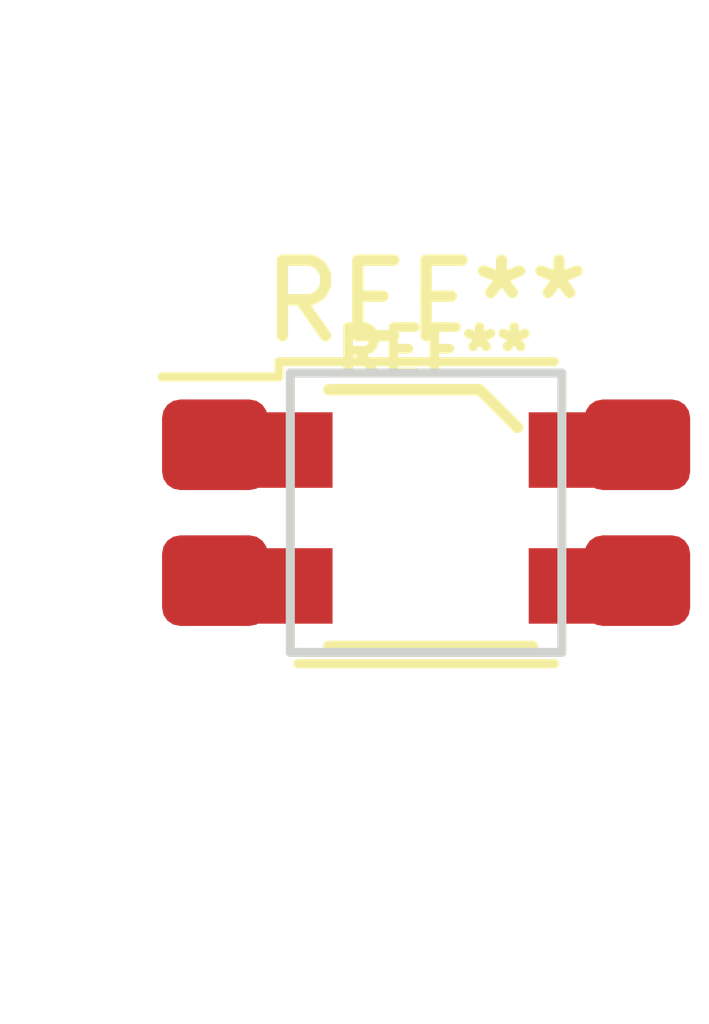
<source format=kicad_pcb>
(kicad_pcb (version 20171130) (host pcbnew 5.1.5-52549c5~86~ubuntu19.10.1)

  (general
    (thickness 1.6)
    (drawings 0)
    (tracks 0)
    (zones 0)
    (modules 2)
    (nets 1)
  )

  (page A4)
  (layers
    (0 F.Cu signal)
    (31 B.Cu signal)
    (32 B.Adhes user)
    (33 F.Adhes user)
    (34 B.Paste user)
    (35 F.Paste user)
    (36 B.SilkS user)
    (37 F.SilkS user)
    (38 B.Mask user)
    (39 F.Mask user)
    (40 Dwgs.User user)
    (41 Cmts.User user)
    (42 Eco1.User user)
    (43 Eco2.User user)
    (44 Edge.Cuts user)
    (45 Margin user)
    (46 B.CrtYd user)
    (47 F.CrtYd user)
    (48 B.Fab user)
    (49 F.Fab user)
  )

  (setup
    (last_trace_width 0.25)
    (trace_clearance 0.2)
    (zone_clearance 0.508)
    (zone_45_only no)
    (trace_min 0.2)
    (via_size 0.8)
    (via_drill 0.4)
    (via_min_size 0.4)
    (via_min_drill 0.3)
    (uvia_size 0.3)
    (uvia_drill 0.1)
    (uvias_allowed no)
    (uvia_min_size 0.2)
    (uvia_min_drill 0.1)
    (edge_width 0.05)
    (segment_width 0.2)
    (pcb_text_width 0.3)
    (pcb_text_size 1.5 1.5)
    (mod_edge_width 0.12)
    (mod_text_size 1 1)
    (mod_text_width 0.15)
    (pad_size 1.524 1.524)
    (pad_drill 0.762)
    (pad_to_mask_clearance 0.051)
    (solder_mask_min_width 0.25)
    (aux_axis_origin 0 0)
    (visible_elements FFFFFF7F)
    (pcbplotparams
      (layerselection 0x010fc_ffffffff)
      (usegerberextensions false)
      (usegerberattributes false)
      (usegerberadvancedattributes false)
      (creategerberjobfile false)
      (excludeedgelayer true)
      (linewidth 0.100000)
      (plotframeref false)
      (viasonmask false)
      (mode 1)
      (useauxorigin false)
      (hpglpennumber 1)
      (hpglpenspeed 20)
      (hpglpendiameter 15.000000)
      (psnegative false)
      (psa4output false)
      (plotreference true)
      (plotvalue true)
      (plotinvisibletext false)
      (padsonsilk false)
      (subtractmaskfromsilk false)
      (outputformat 1)
      (mirror false)
      (drillshape 1)
      (scaleselection 1)
      (outputdirectory ""))
  )

  (net 0 "")

  (net_class Default "This is the default net class."
    (clearance 0.2)
    (trace_width 0.25)
    (via_dia 0.8)
    (via_drill 0.4)
    (uvia_dia 0.3)
    (uvia_drill 0.1)
  )

  (module OptoDevice:Everlight_ITR8307 (layer F.Cu) (tedit 5B870839) (tstamp 5E92440C)
    (at 150.94 91.93 270)
    (descr "package for Everlight ITR8307 with PCB cutout, light-direction upwards, see http://www.everlight.com/file/ProductFile/ITR8307.pdf")
    (tags "refective opto couple photo coupler")
    (attr smd)
    (fp_text reference REF** (at -2.8 0) (layer F.SilkS)
      (effects (font (size 1 1) (thickness 0.15)))
    )
    (fp_text value Everlight_ITR8307 (at 0 4.8 90) (layer F.Fab)
      (effects (font (size 1 1) (thickness 0.15)))
    )
    (fp_line (start 2.1 3.75) (end -2.1 3.75) (layer F.CrtYd) (width 0.05))
    (fp_line (start 2.1 3.75) (end 2.1 -3.75) (layer F.CrtYd) (width 0.05))
    (fp_line (start -2.1 -3.75) (end -2.1 3.75) (layer F.CrtYd) (width 0.05))
    (fp_line (start -2.1 -3.75) (end 2.1 -3.75) (layer F.CrtYd) (width 0.05))
    (fp_line (start 1.6 -1.3) (end 1.6 1.3) (layer F.Fab) (width 0.1))
    (fp_line (start 1.6 1.3) (end -1.6 1.3) (layer F.Fab) (width 0.1))
    (fp_line (start -1.6 1.3) (end -1.6 -0.8) (layer F.Fab) (width 0.1))
    (fp_line (start -1.1 -1.3) (end 1.6 -1.3) (layer F.Fab) (width 0.1))
    (fp_line (start -1.6 -0.8) (end -1.1 -1.3) (layer F.Fab) (width 0.1))
    (fp_line (start 0.5 1.3) (end 0.5 3.4) (layer F.Fab) (width 0.1))
    (fp_line (start 0.5 3.4) (end 1.3 3.4) (layer F.Fab) (width 0.1))
    (fp_line (start 1.3 3.4) (end 1.3 1.3) (layer F.Fab) (width 0.1))
    (fp_line (start -0.5 1.3) (end -0.5 3.4) (layer F.Fab) (width 0.1))
    (fp_line (start -0.5 3.4) (end -1.3 3.4) (layer F.Fab) (width 0.1))
    (fp_line (start -1.3 3.4) (end -1.3 1.3) (layer F.Fab) (width 0.1))
    (fp_line (start -1.3 -3.3) (end -1.3 -1.1) (layer F.Fab) (width 0.1))
    (fp_line (start -1.3 -3.3) (end -0.5 -3.3) (layer F.Fab) (width 0.1))
    (fp_line (start -0.5 -3.3) (end -0.5 -1.3) (layer F.Fab) (width 0.1))
    (fp_line (start 0.5 -1.3) (end 0.5 -3.3) (layer F.Fab) (width 0.1))
    (fp_line (start 0.5 -3.3) (end 1.3 -3.3) (layer F.Fab) (width 0.1))
    (fp_line (start 1.3 -3.3) (end 1.3 -1.3) (layer F.Fab) (width 0.1))
    (fp_line (start -1.85 1.8) (end -1.85 -1.8) (layer Edge.Cuts) (width 0.12))
    (fp_line (start -1.85 -1.8) (end 1.85 -1.8) (layer Edge.Cuts) (width 0.12))
    (fp_line (start 1.85 -1.8) (end 1.85 1.8) (layer Edge.Cuts) (width 0.12))
    (fp_line (start 1.85 1.8) (end -1.85 1.8) (layer Edge.Cuts) (width 0.12))
    (fp_line (start -2 1.95) (end -2 -1.7) (layer F.SilkS) (width 0.12))
    (fp_line (start -2 1.95) (end -1.8 1.95) (layer F.SilkS) (width 0.12))
    (fp_line (start -1.8 3.5) (end -1.8 1.95) (layer F.SilkS) (width 0.12))
    (fp_line (start 2 1.7) (end 2 -1.7) (layer F.SilkS) (width 0.12))
    (fp_text user %R (at 0 0.2 90) (layer F.Fab)
      (effects (font (size 0.75 0.75) (thickness 0.15)))
    )
    (pad 4 smd roundrect (at 0.9 -2.8 270) (size 1.2 1.4) (layers F.Cu F.Paste F.Mask) (roundrect_rratio 0.2))
    (pad 2 smd roundrect (at -0.9 -2.8 270) (size 1.2 1.4) (layers F.Cu F.Paste F.Mask) (roundrect_rratio 0.2))
    (pad 1 smd roundrect (at -0.9 2.8 270) (size 1.2 1.4) (layers F.Cu F.Paste F.Mask) (roundrect_rratio 0.2))
    (pad 3 smd roundrect (at 0.9 2.8 270) (size 1.2 1.4) (layers F.Cu F.Paste F.Mask) (roundrect_rratio 0.2))
    (model ${KISYS3DMOD}/OptoDevice.3dshapes/Everlight_ITR8307.wrl
      (at (xyz 0 0 0))
      (scale (xyz 1 1 1))
      (rotate (xyz 0 0 0))
    )
  )

  (module custom:ITR8307-L24-TR8 (layer F.Cu) (tedit 5CD13913) (tstamp 5E924318)
    (at 151 92)
    (fp_text reference REF** (at 0.05 -2.2) (layer F.SilkS)
      (effects (font (size 0.6 0.6) (thickness 0.127)))
    )
    (fp_text value ITR8307-L24-TR8 (at -0.05 2.3) (layer F.Fab) hide
      (effects (font (size 0.6 0.6) (thickness 0.127)))
    )
    (fp_line (start 0.65 -1.7) (end 1.15 -1.2) (layer F.SilkS) (width 0.15))
    (fp_line (start 0.65 -1.7) (end -1.35 -1.7) (layer F.SilkS) (width 0.15))
    (fp_line (start 1.35 1.7) (end 1.35 -1.05) (layer F.Fab) (width 0.15))
    (fp_line (start -1.35 1.7) (end 1.35 1.7) (layer F.SilkS) (width 0.15))
    (fp_line (start -1.35 -1.7) (end -1.35 1.7) (layer F.Fab) (width 0.15))
    (pad 4 smd rect (at 2.3 0.9 90) (size 1 2) (layers F.Cu F.Paste F.Mask))
    (pad 3 smd rect (at -2.3 0.9 90) (size 1 2) (layers F.Cu F.Paste F.Mask))
    (pad 2 smd rect (at 2.3 -0.9 90) (size 1 2) (layers F.Cu F.Paste F.Mask))
    (pad 1 smd rect (at -2.3 -0.9 90) (size 1 2) (layers F.Cu F.Paste F.Mask))
  )

)

</source>
